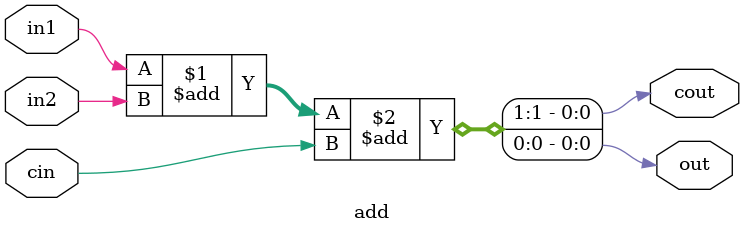
<source format=v>
/*
Author: Mehran Goli
Version: 1.0
Date: 17-8-2019
*/
module add(in1,in2,cin,cout,out);
	
	input  in1,in2,cin; 
	output cout,out; 
	
////////////////////////////////////////////////////////////////////////////////////////////

	assign {cout,out} = in1+in2+cin ;
/////////////////////////////////////////////////////////////////////////////////////////////////	

endmodule

</source>
